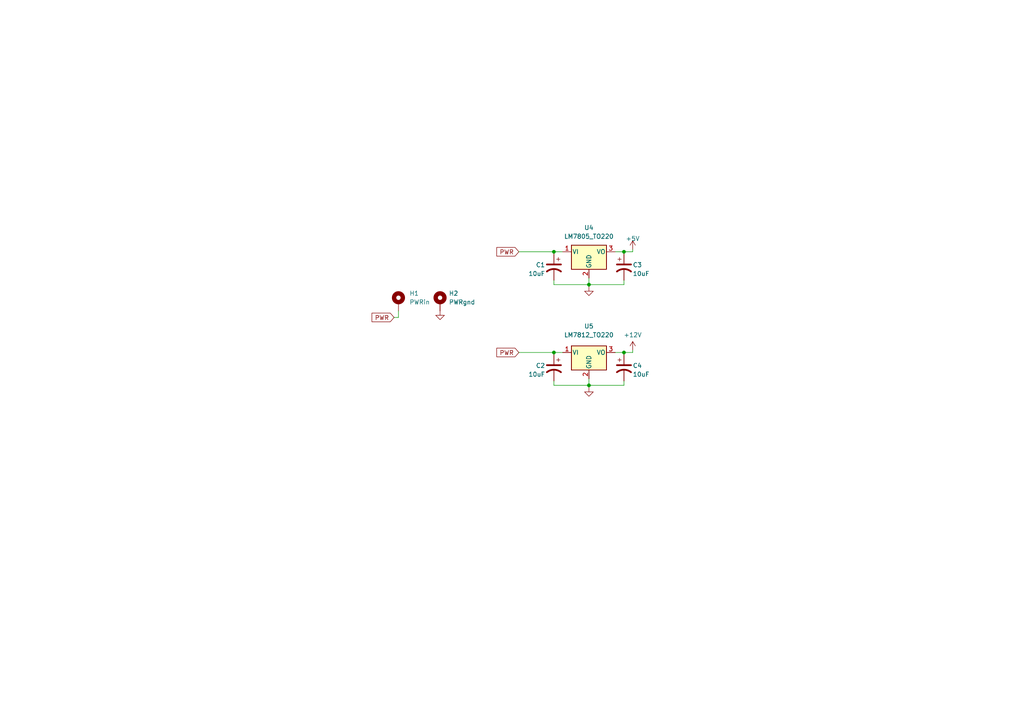
<source format=kicad_sch>
(kicad_sch (version 20211123) (generator eeschema)
  (paper "A4")
  (lib_symbols
    (symbol "Device:C_Polarized_US" (pin_numbers hide) (pin_names (offset 0.254) hide)
      (property "Reference" "C" (at 0.635 2.54 0))
      (property "Value" "C_Polarized_US" (at 0.635 -2.54 0))
      (symbol "C_Polarized_US_0_1"
        (polyline (pts (xy -2.032 0.762) (xy 2.032 0.762)) (stroke (width 0.508)))
        (polyline (pts (xy -1.778 2.286) (xy -0.762 2.286)))
        (polyline (pts (xy -1.27 1.778) (xy -1.27 2.794)))
        (arc (start 2.032 -1.27) (mid 0 -0.5572) (end -2.032 -1.27) (stroke (width 0.508)))
      )
      (symbol "C_Polarized_US_1_1"
        (pin passive line (at 0 3.81 270) (length 2.794) (name "~") (number "1"))
        (pin passive line (at 0 -3.81 90) (length 3.302) (name "~") (number "2"))
      )
    )
    (symbol "Mechanical:MountingHole_Pad" (pin_numbers hide) (pin_names (offset 1.016) hide)
      (property "Reference" "H" (at 0 6.35 0))
      (property "Value" "MountingHole_Pad" (at 0 4.445 0))
      (symbol "MountingHole_Pad_0_1"
        (circle (center 0 1.27) (radius 1.27) (stroke (width 1.27)))
      )
      (symbol "MountingHole_Pad_1_1"
        (pin input line (at 0 -2.54 90) (length 2.54) (name "1") (number "1"))
      )
    )
    (symbol "Regulator_Linear:LM7805_TO220" (pin_names (offset 0.254))
      (property "Reference" "U" (at -3.81 3.175 0))
      (property "Value" "LM7805_TO220" (at 0 3.175 0))
      (symbol "LM7805_TO220_0_1"
        (rectangle (start -5.08 1.905) (end 5.08 -5.08) (stroke (width 0.254)) (fill (type background)))
      )
      (symbol "LM7805_TO220_1_1"
        (pin power_in line (at -7.62 0 0) (length 2.54) (name "VI") (number "1"))
        (pin power_in line (at 0 -7.62 90) (length 2.54) (name "GND") (number "2"))
        (pin power_out line (at 7.62 0 180) (length 2.54) (name "VO") (number "3"))
      )
    )
    (symbol "Regulator_Linear:LM7812_TO220" (pin_names (offset 0.254))
      (property "Reference" "U" (at -3.81 3.175 0))
      (property "Value" "LM7812_TO220" (at 0 3.175 0))
      (symbol "LM7812_TO220_0_1"
        (rectangle (start -5.08 1.905) (end 5.08 -5.08) (stroke (width 0.254)) (fill (type background)))
      )
      (symbol "LM7812_TO220_1_1"
        (pin power_in line (at -7.62 0 0) (length 2.54) (name "VI") (number "1"))
        (pin power_in line (at 0 -7.62 90) (length 2.54) (name "GND") (number "2"))
        (pin power_out line (at 7.62 0 180) (length 2.54) (name "VO") (number "3"))
      )
    )
    (symbol "power:+12V" (power) (pin_names (offset 0))
      (property "Value" "+12V" (at 0 3.556 0))
      (symbol "+12V_0_1"
        (polyline (pts (xy -0.762 1.27) (xy 0 2.54)))
        (polyline (pts (xy 0 0) (xy 0 2.54)))
        (polyline (pts (xy 0 2.54) (xy 0.762 1.27)))
      )
      (symbol "+12V_1_1"
        (pin power_in line (at 0 0 90) (length 0) hide (name "+12V") (number "1"))
      )
    )
    (symbol "power:+5V" (power) (pin_names (offset 0))
      (property "Value" "+5V" (at 0 3.556 0))
      (symbol "+5V_0_1"
        (polyline (pts (xy -0.762 1.27) (xy 0 2.54)))
        (polyline (pts (xy 0 0) (xy 0 2.54)))
        (polyline (pts (xy 0 2.54) (xy 0.762 1.27)))
      )
      (symbol "+5V_1_1"
        (pin power_in line (at 0 0 90) (length 0) hide (name "+5V") (number "1"))
      )
    )
    (symbol "power:GND" (power) (pin_names (offset 0))
      (property "Value" "GND" (at 0 -3.81 0))
      (symbol "GND_0_1"
        (polyline (pts (xy 0 0) (xy 0 -1.27) (xy 1.27 -1.27) (xy 0 -2.54) (xy -1.27 -1.27) (xy 0 -1.27)))
      )
      (symbol "GND_1_1"
        (pin power_in line (at 0 0 270) (length 0) hide (name "GND") (number "1"))
      )
    )
  )
  (junction (at 170.815 82.55))
  (junction (at 170.815 111.76))
  (junction (at 180.975 102.235))
  (junction (at 160.655 73.025))
  (junction (at 180.975 73.025))
  (junction (at 160.655 102.235))
  (wire (pts (xy 180.975 111.76) (xy 170.815 111.76)))
  (wire (pts (xy 163.195 73.025) (xy 160.655 73.025)))
  (wire (pts (xy 115.57 92.075) (xy 114.3 92.075)))
  (wire (pts (xy 170.815 80.645) (xy 170.815 82.55)))
  (wire (pts (xy 170.815 111.76) (xy 170.815 112.395)))
  (wire (pts (xy 180.975 102.235) (xy 180.975 102.87)))
  (wire (pts (xy 170.815 82.55) (xy 160.655 82.55)))
  (wire (pts (xy 180.975 81.28) (xy 180.975 82.55)))
  (wire (pts (xy 115.57 90.17) (xy 115.57 92.075)))
  (wire (pts (xy 150.495 102.235) (xy 160.655 102.235)))
  (wire (pts (xy 160.655 111.76) (xy 160.655 110.49)))
  (wire (pts (xy 180.975 110.49) (xy 180.975 111.76)))
  (wire (pts (xy 170.815 82.55) (xy 170.815 83.185)))
  (wire (pts (xy 163.195 102.235) (xy 160.655 102.235)))
  (wire (pts (xy 183.515 73.025) (xy 180.975 73.025)))
  (wire (pts (xy 170.815 111.76) (xy 160.655 111.76)))
  (wire (pts (xy 178.435 73.025) (xy 180.975 73.025)))
  (wire (pts (xy 178.435 102.235) (xy 180.975 102.235)))
  (wire (pts (xy 160.655 73.025) (xy 160.655 73.66)))
  (wire (pts (xy 160.655 102.235) (xy 160.655 102.87)))
  (wire (pts (xy 150.495 73.025) (xy 160.655 73.025)))
  (wire (pts (xy 170.815 109.855) (xy 170.815 111.76)))
  (wire (pts (xy 183.515 102.235) (xy 180.975 102.235)))
  (wire (pts (xy 160.655 82.55) (xy 160.655 81.28)))
  (wire (pts (xy 180.975 73.025) (xy 180.975 73.66)))
  (wire (pts (xy 183.515 101.6) (xy 183.515 102.235)))
  (wire (pts (xy 180.975 82.55) (xy 170.815 82.55)))
  (wire (pts (xy 183.515 72.39) (xy 183.515 73.025)))
  (global_label "PWR" (shape input) (at 150.495 102.235 180) (property "Intersheet References" "${INTERSHEET_REFS}" (effects hide)))
  (global_label "PWR" (shape input) (at 114.3 92.075 180) (property "Intersheet References" "${INTERSHEET_REFS}" (effects hide)))
  (global_label "PWR" (shape input) (at 150.495 73.025 180) (property "Intersheet References" "${INTERSHEET_REFS}" (effects hide)))
  (symbol (lib_id "Device:C_Polarized_US") (at 160.655 106.68 0) (mirror y) (unit 1)
    (property "Reference" "C2" (at 158.115 106.045 0) (effects (justify left)))
    (property "Value" "10uF" (at 158.115 108.585 0) (effects (justify left)))
    (property "Footprint" "Capacitor_SMD:CP_Elec_5x5.3" (effects hide))
  )
  (symbol (lib_id "power:GND") (at 170.815 83.185 0) (unit 1)
    (property "Reference" "#PWR0137" (effects hide))
    (property "Value" "GND" (effects hide))
  )
  (symbol (lib_id "Regulator_Linear:LM7812_TO220") (at 170.815 102.235 0) (unit 1)
    (property "Reference" "U5" (at 170.815 94.615 0))
    (property "Value" "LM7812_TO220" (at 170.815 97.155 0))
    (property "Footprint" "Package_TO_SOT_THT:TO-220-3_Vertical" (effects hide))
    (property "Datasheet" "https://www.onsemi.cn/PowerSolutions/document/MC7800-D.PDF" (effects hide))
  )
  (symbol (lib_id "power:+12V") (at 183.515 101.6 0) (unit 1)
    (property "Reference" "#PWR0136" (effects hide))
    (property "Value" "+12V" (at 183.515 97.155 0))
  )
  (symbol (lib_id "Mechanical:MountingHole_Pad") (at 127.635 87.63 0) (unit 1)
    (property "Reference" "H2" (at 130.175 85.0899 0) (effects (justify left)))
    (property "Value" "PWRgnd" (at 130.175 87.6299 0) (effects (justify left)))
    (property "Footprint" "MountingHole:MountingHole_8.4mm_M8_Pad_Via" (effects hide))
  )
  (symbol (lib_id "Device:C_Polarized_US") (at 180.975 106.68 0) (unit 1)
    (property "Reference" "C4" (at 183.515 106.045 0) (effects (justify left)))
    (property "Value" "10uF" (at 183.515 108.585 0) (effects (justify left)))
    (property "Footprint" "Capacitor_SMD:CP_Elec_5x5.3" (effects hide))
  )
  (symbol (lib_id "power:+5V") (at 183.515 72.39 0) (unit 1)
    (property "Reference" "#PWR0135" (effects hide))
    (property "Value" "+5V" (at 183.515 69.215 0))
  )
  (symbol (lib_id "Mechanical:MountingHole_Pad") (at 115.57 87.63 0) (unit 1)
    (property "Reference" "H1" (at 118.745 85.0899 0) (effects (justify left)))
    (property "Value" "PWRin" (at 118.745 87.6299 0) (effects (justify left)))
    (property "Footprint" "MountingHole:MountingHole_8.4mm_M8_Pad_Via" (effects hide))
  )
  (symbol (lib_id "power:GND") (at 170.815 112.395 0) (unit 1)
    (property "Reference" "#PWR0138" (effects hide))
    (property "Value" "GND" (effects hide))
  )
  (symbol (lib_id "power:GND") (at 127.635 90.17 0) (unit 1)
    (property "Reference" "#PWR0139" (effects hide))
    (property "Value" "GND" (effects hide))
  )
  (symbol (lib_id "Device:C_Polarized_US") (at 160.655 77.47 0) (mirror y) (unit 1)
    (property "Reference" "C1" (at 158.115 76.835 0) (effects (justify left)))
    (property "Value" "10uF" (at 158.115 79.375 0) (effects (justify left)))
    (property "Footprint" "Capacitor_SMD:CP_Elec_5x5.3" (effects hide))
  )
  (symbol (lib_id "Device:C_Polarized_US") (at 180.975 77.47 0) (unit 1)
    (property "Reference" "C3" (at 183.515 76.835 0) (effects (justify left)))
    (property "Value" "10uF" (at 183.515 79.375 0) (effects (justify left)))
    (property "Footprint" "Capacitor_SMD:CP_Elec_5x5.3" (effects hide))
  )
  (symbol (lib_id "Regulator_Linear:LM7805_TO220") (at 170.815 73.025 0) (unit 1)
    (property "Reference" "U4" (at 170.815 66.04 0))
    (property "Value" "LM7805_TO220" (at 170.815 68.58 0))
    (property "Footprint" "Package_TO_SOT_THT:TO-220-3_Vertical" (effects hide))
    (property "Datasheet" "https://www.onsemi.cn/PowerSolutions/document/MC7800-D.PDF" (effects hide))
  )
)
</source>
